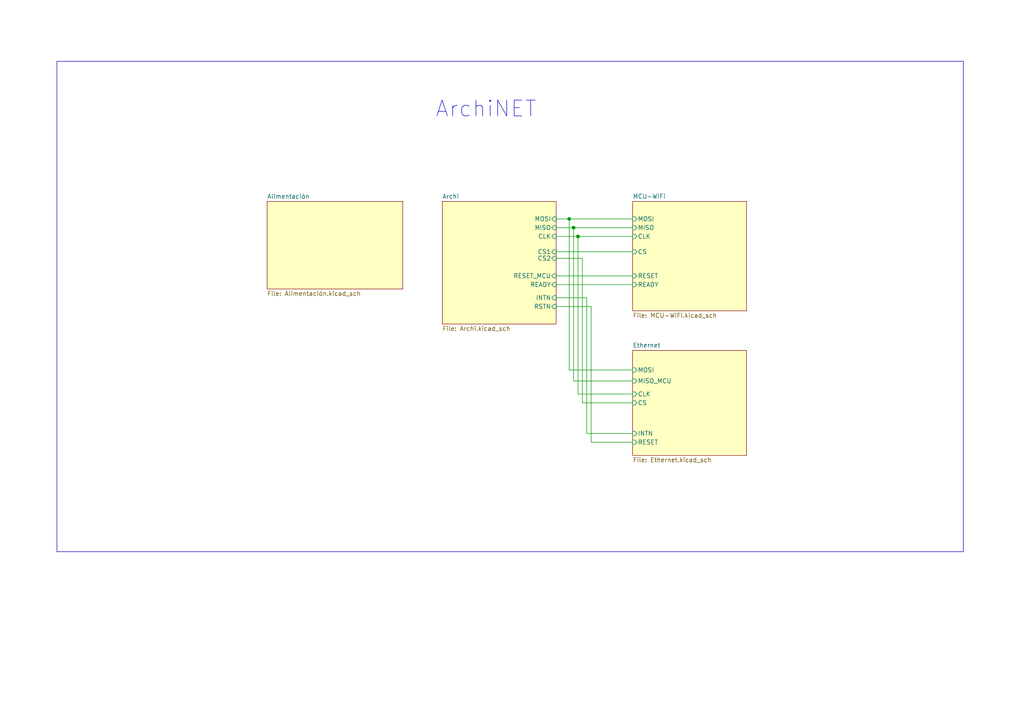
<source format=kicad_sch>
(kicad_sch
	(version 20250114)
	(generator "eeschema")
	(generator_version "9.0")
	(uuid "35cd6522-dedd-4747-926a-ebf273b4ab66")
	(paper "A4")
	(lib_symbols)
	(rectangle
		(start 16.51 17.78)
		(end 279.4 160.02)
		(stroke
			(width 0)
			(type default)
		)
		(fill
			(type none)
		)
		(uuid fff62d18-3a6b-4aa4-b1ac-09e3319305f4)
	)
	(text "ArchiNET"
		(exclude_from_sim no)
		(at 140.97 31.75 0)
		(effects
			(font
				(size 4.572 4.572)
			)
		)
		(uuid "a343cbf4-8df5-4517-88a1-989e10595a2e")
	)
	(junction
		(at 166.37 66.04)
		(diameter 0)
		(color 0 0 0 0)
		(uuid "04d4c6f5-f4e1-4ed7-b8cd-bd12716fa9d6")
	)
	(junction
		(at 167.64 68.58)
		(diameter 0)
		(color 0 0 0 0)
		(uuid "95998819-835d-4309-80d2-ba118b42a4fa")
	)
	(junction
		(at 165.1 63.5)
		(diameter 0)
		(color 0 0 0 0)
		(uuid "f96f7bd9-c859-4088-b4a3-3191f976bcf2")
	)
	(wire
		(pts
			(xy 161.29 80.01) (xy 183.515 80.01)
		)
		(stroke
			(width 0)
			(type default)
		)
		(uuid "080ed600-6eb1-4ced-9df1-b0adf862a362")
	)
	(wire
		(pts
			(xy 165.1 63.5) (xy 183.515 63.5)
		)
		(stroke
			(width 0)
			(type default)
		)
		(uuid "0f082fda-96dc-4b24-9613-8bb6f2e53fd1")
	)
	(wire
		(pts
			(xy 161.29 66.04) (xy 166.37 66.04)
		)
		(stroke
			(width 0)
			(type default)
		)
		(uuid "15d90fc5-49b2-4939-ae87-ec49de0498cd")
	)
	(wire
		(pts
			(xy 161.29 73.025) (xy 183.515 73.025)
		)
		(stroke
			(width 0)
			(type default)
		)
		(uuid "19ac8025-5746-466b-ac59-0a23bbe86831")
	)
	(wire
		(pts
			(xy 166.37 110.49) (xy 166.37 66.04)
		)
		(stroke
			(width 0)
			(type default)
		)
		(uuid "3b06db93-0bfd-40c2-bb94-2681c8301706")
	)
	(wire
		(pts
			(xy 167.64 68.58) (xy 183.515 68.58)
		)
		(stroke
			(width 0)
			(type default)
		)
		(uuid "3d7c8f64-e982-456f-b862-48fd395e575b")
	)
	(wire
		(pts
			(xy 166.37 66.04) (xy 183.515 66.04)
		)
		(stroke
			(width 0)
			(type default)
		)
		(uuid "4807ac40-76eb-452f-8211-abc4b01f6e15")
	)
	(wire
		(pts
			(xy 171.45 88.9) (xy 161.29 88.9)
		)
		(stroke
			(width 0)
			(type default)
		)
		(uuid "4dbf78cf-3c09-46d3-a34c-9c1964637311")
	)
	(wire
		(pts
			(xy 165.1 63.5) (xy 165.1 107.315)
		)
		(stroke
			(width 0)
			(type default)
		)
		(uuid "659f2d21-11fe-4fc9-b61e-c6eb0fe46bd5")
	)
	(wire
		(pts
			(xy 165.1 107.315) (xy 183.515 107.315)
		)
		(stroke
			(width 0)
			(type default)
		)
		(uuid "7afc74c0-645a-431a-87b2-2ac191ed80c0")
	)
	(wire
		(pts
			(xy 161.29 82.55) (xy 183.515 82.55)
		)
		(stroke
			(width 0)
			(type default)
		)
		(uuid "7b3d7f0b-db50-44cc-a1a2-c2e20f54c911")
	)
	(wire
		(pts
			(xy 168.91 116.84) (xy 168.91 74.93)
		)
		(stroke
			(width 0)
			(type default)
		)
		(uuid "9aea768d-89ca-4e83-81a0-76ff3b03c094")
	)
	(wire
		(pts
			(xy 183.515 114.3) (xy 167.64 114.3)
		)
		(stroke
			(width 0)
			(type default)
		)
		(uuid "a354a12e-fa16-4015-b163-22560cd45784")
	)
	(wire
		(pts
			(xy 167.64 114.3) (xy 167.64 68.58)
		)
		(stroke
			(width 0)
			(type default)
		)
		(uuid "ba70902a-3719-4c7f-80ab-a1e1b0a5053a")
	)
	(wire
		(pts
			(xy 183.515 116.84) (xy 168.91 116.84)
		)
		(stroke
			(width 0)
			(type default)
		)
		(uuid "c30a3d26-26e9-405e-ab43-5d68ae697c2f")
	)
	(wire
		(pts
			(xy 171.45 128.27) (xy 183.515 128.27)
		)
		(stroke
			(width 0)
			(type default)
		)
		(uuid "cbd2fe98-f8fa-41a6-a492-60a0e8356661")
	)
	(wire
		(pts
			(xy 170.18 86.36) (xy 170.18 125.73)
		)
		(stroke
			(width 0)
			(type default)
		)
		(uuid "d23f9a67-1fcc-4bf7-b3f9-b3924c317e81")
	)
	(wire
		(pts
			(xy 171.45 128.27) (xy 171.45 88.9)
		)
		(stroke
			(width 0)
			(type default)
		)
		(uuid "d5acecd0-3a30-4a7d-baea-1110d672a448")
	)
	(wire
		(pts
			(xy 168.91 74.93) (xy 161.29 74.93)
		)
		(stroke
			(width 0)
			(type default)
		)
		(uuid "d6af8595-1dd0-47aa-8deb-0499270de234")
	)
	(wire
		(pts
			(xy 161.29 68.58) (xy 167.64 68.58)
		)
		(stroke
			(width 0)
			(type default)
		)
		(uuid "d8371fa0-a7a1-4730-8959-9e593f44c6f6")
	)
	(wire
		(pts
			(xy 183.515 110.49) (xy 166.37 110.49)
		)
		(stroke
			(width 0)
			(type default)
		)
		(uuid "e486e3d7-b061-41a3-b9a0-5921927b8ee1")
	)
	(wire
		(pts
			(xy 161.29 86.36) (xy 170.18 86.36)
		)
		(stroke
			(width 0)
			(type default)
		)
		(uuid "e5b858a5-544c-43cb-b302-8970fcf3d1e4")
	)
	(wire
		(pts
			(xy 170.18 125.73) (xy 183.515 125.73)
		)
		(stroke
			(width 0)
			(type default)
		)
		(uuid "f1814bb6-9de3-44b5-bfee-d47de3961af0")
	)
	(wire
		(pts
			(xy 161.29 63.5) (xy 165.1 63.5)
		)
		(stroke
			(width 0)
			(type default)
		)
		(uuid "fc30e2c1-cab5-492b-9a4c-d129a6bee523")
	)
	(sheet
		(at 183.515 58.42)
		(size 33.02 31.75)
		(exclude_from_sim no)
		(in_bom yes)
		(on_board yes)
		(dnp no)
		(fields_autoplaced yes)
		(stroke
			(width 0.1524)
			(type solid)
		)
		(fill
			(color 255 255 194 1.0000)
		)
		(uuid "7cdbc004-5691-4fd4-8a0f-d3a78b28e9f2")
		(property "Sheetname" "MCU-WiFi"
			(at 183.515 57.7084 0)
			(effects
				(font
					(size 1.27 1.27)
				)
				(justify left bottom)
			)
		)
		(property "Sheetfile" "MCU-WiFi.kicad_sch"
			(at 183.515 90.7546 0)
			(effects
				(font
					(size 1.27 1.27)
				)
				(justify left top)
			)
		)
		(pin "READY" input
			(at 183.515 82.55 180)
			(uuid "433ada10-1143-45d4-8c50-35e2b1053fd8")
			(effects
				(font
					(size 1.27 1.27)
				)
				(justify left)
			)
		)
		(pin "CLK" input
			(at 183.515 68.58 180)
			(uuid "cae1ab16-2c35-41fa-b068-d7388273837a")
			(effects
				(font
					(size 1.27 1.27)
				)
				(justify left)
			)
		)
		(pin "MOSI" input
			(at 183.515 63.5 180)
			(uuid "f8d0f520-c103-4941-aa29-e28e736d534e")
			(effects
				(font
					(size 1.27 1.27)
				)
				(justify left)
			)
		)
		(pin "MISO" input
			(at 183.515 66.04 180)
			(uuid "baafa96c-3f38-4d1c-80a9-3f24f38dffe5")
			(effects
				(font
					(size 1.27 1.27)
				)
				(justify left)
			)
		)
		(pin "CS" input
			(at 183.515 73.025 180)
			(uuid "15bc89b7-f447-43b1-bb8a-6e04d1d59c99")
			(effects
				(font
					(size 1.27 1.27)
				)
				(justify left)
			)
		)
		(pin "RESET" input
			(at 183.515 80.01 180)
			(uuid "2d427f51-4f5e-41d4-824f-fa0f5d909d00")
			(effects
				(font
					(size 1.27 1.27)
				)
				(justify left)
			)
		)
		(instances
			(project "A-NET"
				(path "/35cd6522-dedd-4747-926a-ebf273b4ab66"
					(page "3")
				)
			)
		)
	)
	(sheet
		(at 183.515 101.6)
		(size 33.02 30.48)
		(exclude_from_sim no)
		(in_bom yes)
		(on_board yes)
		(dnp no)
		(fields_autoplaced yes)
		(stroke
			(width 0.1524)
			(type solid)
		)
		(fill
			(color 255 255 194 1.0000)
		)
		(uuid "87db1f9a-df11-4ed3-82e8-c2f413192aa0")
		(property "Sheetname" "Ethernet"
			(at 183.515 100.8884 0)
			(effects
				(font
					(size 1.27 1.27)
				)
				(justify left bottom)
			)
		)
		(property "Sheetfile" "Ethernet.kicad_sch"
			(at 183.515 132.6646 0)
			(effects
				(font
					(size 1.27 1.27)
				)
				(justify left top)
			)
		)
		(pin "CS" input
			(at 183.515 116.84 180)
			(uuid "a6e99a19-ffcc-43ef-99b7-0a9de97a3550")
			(effects
				(font
					(size 1.27 1.27)
				)
				(justify left)
			)
		)
		(pin "MOSI" input
			(at 183.515 107.315 180)
			(uuid "17644b7e-ca7f-4db3-a17c-7a1f640c2d7b")
			(effects
				(font
					(size 1.27 1.27)
				)
				(justify left)
			)
		)
		(pin "CLK" input
			(at 183.515 114.3 180)
			(uuid "c59a2ffd-5b15-43c3-a314-986da586c67d")
			(effects
				(font
					(size 1.27 1.27)
				)
				(justify left)
			)
		)
		(pin "RESET" input
			(at 183.515 128.27 180)
			(uuid "dc4d6264-44cd-422f-8f55-b2da115935ab")
			(effects
				(font
					(size 1.27 1.27)
				)
				(justify left)
			)
		)
		(pin "MISO_MCU" input
			(at 183.515 110.49 180)
			(uuid "531091d7-feaf-45b9-b3d4-42242a50b1cb")
			(effects
				(font
					(size 1.27 1.27)
				)
				(justify left)
			)
		)
		(pin "INTN" input
			(at 183.515 125.73 180)
			(uuid "28680de5-89b6-4bdb-ae4e-ebf3aafe0876")
			(effects
				(font
					(size 1.27 1.27)
				)
				(justify left)
			)
		)
		(instances
			(project "A-NET"
				(path "/35cd6522-dedd-4747-926a-ebf273b4ab66"
					(page "4")
				)
			)
		)
	)
	(sheet
		(at 128.27 58.42)
		(size 33.02 35.56)
		(exclude_from_sim no)
		(in_bom yes)
		(on_board yes)
		(dnp no)
		(fields_autoplaced yes)
		(stroke
			(width 0.1524)
			(type solid)
		)
		(fill
			(color 255 255 194 1.0000)
		)
		(uuid "ea869af3-c719-4069-98d4-3aadadb82bc8")
		(property "Sheetname" "Archi"
			(at 128.27 57.7084 0)
			(effects
				(font
					(size 1.27 1.27)
				)
				(justify left bottom)
			)
		)
		(property "Sheetfile" "Archi.kicad_sch"
			(at 128.27 94.5646 0)
			(effects
				(font
					(size 1.27 1.27)
				)
				(justify left top)
			)
		)
		(pin "CS2" input
			(at 161.29 74.93 0)
			(uuid "153a2c75-b060-4c46-a00c-e7d52b1c226f")
			(effects
				(font
					(size 1.27 1.27)
				)
				(justify right)
			)
		)
		(pin "MOSI" input
			(at 161.29 63.5 0)
			(uuid "128dab3c-0943-4c03-a8ad-a003bb0f5125")
			(effects
				(font
					(size 1.27 1.27)
				)
				(justify right)
			)
		)
		(pin "MISO" input
			(at 161.29 66.04 0)
			(uuid "b7f3da10-951b-4af0-87fc-e521aac447c5")
			(effects
				(font
					(size 1.27 1.27)
				)
				(justify right)
			)
		)
		(pin "CLK" input
			(at 161.29 68.58 0)
			(uuid "1916a93b-c3e0-4eec-90da-a6340c6d8310")
			(effects
				(font
					(size 1.27 1.27)
				)
				(justify right)
			)
		)
		(pin "CS1" input
			(at 161.29 73.025 0)
			(uuid "34b3f9d1-b242-4cb5-af8e-9678da31e926")
			(effects
				(font
					(size 1.27 1.27)
				)
				(justify right)
			)
		)
		(pin "READY" input
			(at 161.29 82.55 0)
			(uuid "ee3520f9-c778-47a1-87bb-d03431d4b599")
			(effects
				(font
					(size 1.27 1.27)
				)
				(justify right)
			)
		)
		(pin "RESET_MCU" input
			(at 161.29 80.01 0)
			(uuid "b268e63c-fbf1-4d5f-8cc7-3f534e441166")
			(effects
				(font
					(size 1.27 1.27)
				)
				(justify right)
			)
		)
		(pin "INTN" input
			(at 161.29 86.36 0)
			(uuid "6176e643-5f59-4742-b30c-eaec357bd59f")
			(effects
				(font
					(size 1.27 1.27)
				)
				(justify right)
			)
		)
		(pin "RSTN" input
			(at 161.29 88.9 0)
			(uuid "40199353-ed75-49e7-9687-be48c7f1cd19")
			(effects
				(font
					(size 1.27 1.27)
				)
				(justify right)
			)
		)
		(instances
			(project "A-NET"
				(path "/35cd6522-dedd-4747-926a-ebf273b4ab66"
					(page "5")
				)
			)
		)
	)
	(sheet
		(at 77.47 58.42)
		(size 39.37 25.4)
		(exclude_from_sim no)
		(in_bom yes)
		(on_board yes)
		(dnp no)
		(fields_autoplaced yes)
		(stroke
			(width 0.1524)
			(type solid)
		)
		(fill
			(color 255 255 194 1.0000)
		)
		(uuid "f180fa7a-9c78-4078-b343-604f305e02a1")
		(property "Sheetname" "Alimentación"
			(at 77.47 57.7084 0)
			(effects
				(font
					(size 1.27 1.27)
				)
				(justify left bottom)
			)
		)
		(property "Sheetfile" "Alimentación.kicad_sch"
			(at 77.47 84.4046 0)
			(effects
				(font
					(size 1.27 1.27)
				)
				(justify left top)
			)
		)
		(instances
			(project "A-NET"
				(path "/35cd6522-dedd-4747-926a-ebf273b4ab66"
					(page "2")
				)
			)
		)
	)
	(sheet_instances
		(path "/"
			(page "1")
		)
	)
	(embedded_fonts no)
)

</source>
